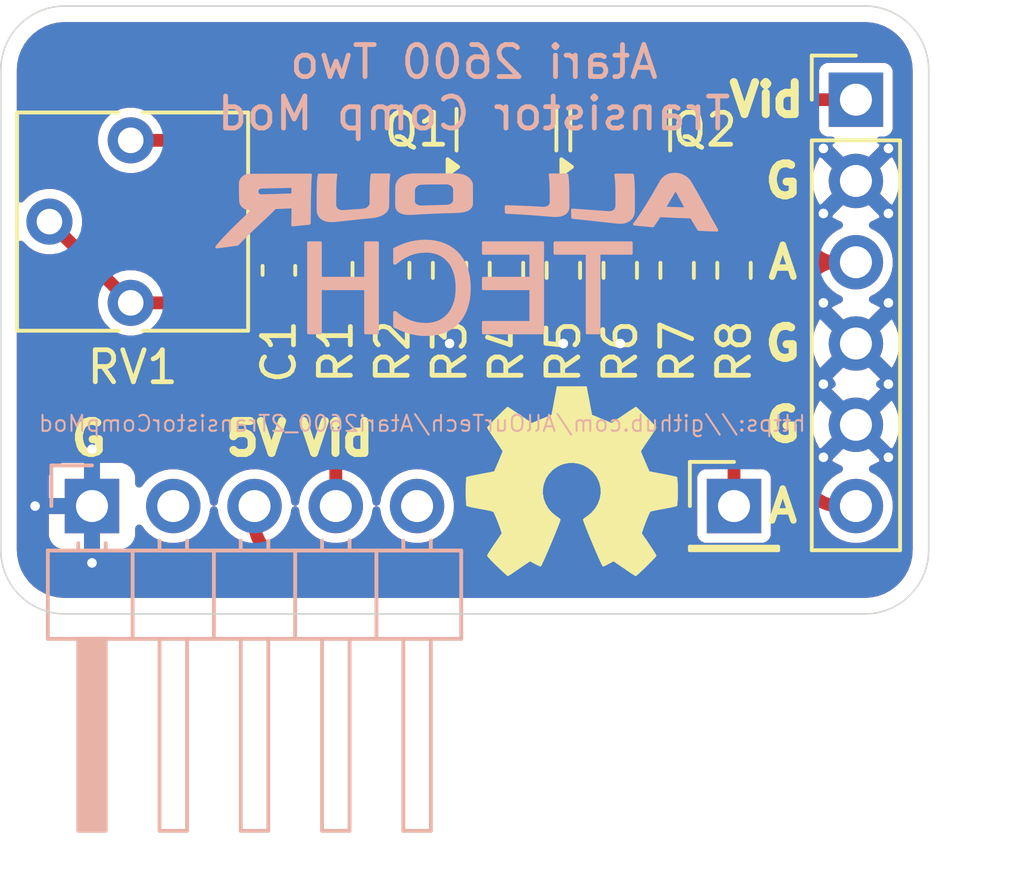
<source format=kicad_pcb>
(kicad_pcb (version 20241229) (generator "pcbnew") (generator_version "9.0")
  (layers (0 "F.Cu" signal) (2 "B.Cu" signal) (13 "F.Paste" user) (15 "B.Paste" user) (5 "F.SilkS" user "F.Silkscreen") (7 "B.SilkS" user "B.Silkscreen") (1 "F.Mask" user) (3 "B.Mask" user) (25 "Edge.Cuts" user))
  (net 0 "")
  (net 1 "Net-(C1-Pad2)")
  (net 2 "/VideoIn")
  (net 3 "GND")
  (net 4 "+5V")
  (net 5 "/AudioOut")
  (net 6 "/VideoOut")
  (net 7 "Net-(Q1-E)")
  (net 8 "Net-(Q1-B)")
  (net 9 "Net-(Q2-E)")
  (net 10 "Net-(Q1-C)")
  (net 13 "Net-(J2-Pin_1)")
  (footprint "Connector_PinHeader_2.54mm:PinHeader_1x06_P2.54mm_Vertical" (layer "F.Cu") (at 93.726 58.928)
    (property "Reference" "J3" (hide yes))
    (property "Value" "CompositeOut")
    (pad "1" thru_hole rect (at 0 0) (size 1.7 1.7) (drill 1) (layers "*.Cu" "*.Mask") (net 6 "/VideoOut"))
    (pad "2" thru_hole circle (at 0 2.54) (size 1.7 1.7) (drill 1) (layers "*.Cu" "*.Mask") (net 3 "GND"))
    (pad "3" thru_hole circle (at 0 5.08) (size 1.7 1.7) (drill 1) (layers "*.Cu" "*.Mask") (net 5 "/AudioOut"))
    (pad "4" thru_hole circle (at 0 7.62) (size 1.7 1.7) (drill 1) (layers "*.Cu" "*.Mask") (net 3 "GND"))
    (pad "5" thru_hole circle (at 0 10.16) (size 1.7 1.7) (drill 1) (layers "*.Cu" "*.Mask") (net 3 "GND"))
    (pad "6" thru_hole circle (at 0 12.7) (size 1.7 1.7) (drill 1) (layers "*.Cu" "*.Mask") (net 5 "/AudioOut"))
  )
  (footprint "Resistor_SMD:R_0603_1608Metric" (layer "F.Cu") (at 77.47 64.262 90)
    (property "Reference" "R1" (at -2.54 0 270) (layer "F.SilkS"))
    (property "Value" "1K")
    (pad "1" smd roundrect (at -0.825 0 90) (size 0.8 0.95) (layers "F.Cu" "F.Mask" "F.Paste") (net 2 "/VideoIn"))
    (pad "2" smd roundrect (at 0.825 0 90) (size 0.8 0.95) (layers "F.Cu" "F.Mask" "F.Paste") (net 1 "Net-(C1-Pad2)"))
  )
  (footprint "Resistor_SMD:R_0603_1608Metric" (layer "F.Cu") (at 79.248 64.262 90)
    (property "Reference" "R2" (at -2.54 0 270) (layer "F.SilkS"))
    (property "Value" "3.3K")
    (pad "1" smd roundrect (at -0.825 0 90) (size 0.8 0.95) (layers "F.Cu" "F.Mask" "F.Paste") (net 4 "+5V"))
    (pad "2" smd roundrect (at 0.825 0 90) (size 0.8 0.95) (layers "F.Cu" "F.Mask" "F.Paste") (net 8 "Net-(Q1-B)"))
  )
  (footprint "Connector_PinHeader_2.54mm:PinHeader_1x01_P2.54mm_Vertical" (layer "F.Cu") (at 89.916 71.628)
    (property "Reference" "J2" (hide yes))
    (property "Value" "AudioIn")
    (pad "1" thru_hole rect (at 0 0) (size 1.7 1.7) (drill 1) (layers "*.Cu" "*.Mask") (net 13 "Net-(J2-Pin_1)"))
  )
  (footprint "Capacitor_SMD:C_0603_1608Metric" (layer "F.Cu") (at 75.692 64.262 90)
    (property "Reference" "C1" (at -2.54 0 270) (layer "F.SilkS"))
    (property "Value" "47pF")
    (pad "1" smd roundrect (at -0.775 0 90) (size 0.9 0.95) (layers "F.Cu" "F.Mask" "F.Paste") (net 2 "/VideoIn"))
    (pad "2" smd roundrect (at 0.775 0 90) (size 0.9 0.95) (layers "F.Cu" "F.Mask" "F.Paste") (net 1 "Net-(C1-Pad2)"))
  )
  (footprint "Resistor_SMD:R_0603_1608Metric" (layer "F.Cu") (at 89.916 64.262 90)
    (property "Reference" "R8" (at -2.54 0 270) (layer "F.SilkS"))
    (property "Value" "10K")
    (pad "1" smd roundrect (at -0.825 0 90) (size 0.8 0.95) (layers "F.Cu" "F.Mask" "F.Paste") (net 13 "Net-(J2-Pin_1)"))
    (pad "2" smd roundrect (at 0.825 0 90) (size 0.8 0.95) (layers "F.Cu" "F.Mask" "F.Paste") (net 5 "/AudioOut"))
  )
  (footprint "Resistor_SMD:R_0603_1608Metric" (layer "F.Cu") (at 84.582 64.262 -90)
    (property "Reference" "R5" (at 2.54 0 270) (layer "F.SilkS"))
    (property "Value" "68r")
    (pad "1" smd roundrect (at -0.825 0 270) (size 0.8 0.95) (layers "F.Cu" "F.Mask" "F.Paste") (net 7 "Net-(Q1-E)"))
    (pad "2" smd roundrect (at 0.825 0 270) (size 0.8 0.95) (layers "F.Cu" "F.Mask" "F.Paste") (net 3 "GND"))
  )
  (footprint "Resistor_SMD:R_0603_1608Metric" (layer "F.Cu") (at 82.804 64.262 90)
    (property "Reference" "R4" (at -2.54 0 270) (layer "F.SilkS"))
    (property "Value" "150r")
    (pad "1" smd roundrect (at -0.825 0 90) (size 0.8 0.95) (layers "F.Cu" "F.Mask" "F.Paste") (net 4 "+5V"))
    (pad "2" smd roundrect (at 0.825 0 90) (size 0.8 0.95) (layers "F.Cu" "F.Mask" "F.Paste") (net 10 "Net-(Q1-C)"))
  )
  (footprint "Resistor_SMD:R_0603_1608Metric" (layer "F.Cu") (at 88.138 64.262 90)
    (property "Reference" "R7" (at -2.54 0 270) (layer "F.SilkS"))
    (property "Value" "18r")
    (pad "1" smd roundrect (at -0.825 0 90) (size 0.8 0.95) (layers "F.Cu" "F.Mask" "F.Paste") (net 4 "+5V"))
    (pad "2" smd roundrect (at 0.825 0 90) (size 0.8 0.95) (layers "F.Cu" "F.Mask" "F.Paste") (net 9 "Net-(Q2-E)"))
  )
  (footprint "Resistor_SMD:R_0603_1608Metric" (layer "F.Cu") (at 81.026 64.262 -90)
    (property "Reference" "R3" (at 2.54 0 270) (layer "F.SilkS"))
    (property "Value" "1K")
    (pad "1" smd roundrect (at -0.825 0 270) (size 0.8 0.95) (layers "F.Cu" "F.Mask" "F.Paste") (net 8 "Net-(Q1-B)"))
    (pad "2" smd roundrect (at 0.825 0 270) (size 0.8 0.95) (layers "F.Cu" "F.Mask" "F.Paste") (net 3 "GND"))
  )
  (footprint "Potentiometer_THT:Potentiometer_Vishay_T73YP_Vertical" (layer "F.Cu") (at 71.06 60.198 180)
    (property "Reference" "RV1" (at -0.06 -7.09 0) (layer "F.SilkS"))
    (property "Value" "5K")
    (pad "1" thru_hole circle (at 0 0 180) (size 1.44 1.44) (drill 0.8) (layers "*.Cu" "*.Mask") (net 8 "Net-(Q1-B)"))
    (pad "2" thru_hole circle (at 2.54 -2.54 180) (size 1.44 1.44) (drill 0.8) (layers "*.Cu" "*.Mask") (net 1 "Net-(C1-Pad2)"))
    (pad "3" thru_hole circle (at 0 -5.08 180) (size 1.44 1.44) (drill 0.8) (layers "*.Cu" "*.Mask") (net 1 "Net-(C1-Pad2)"))
  )
  (footprint "Package_TO_SOT_SMD:SOT-23" (layer "F.Cu") (at 82.804 59.8655 90)
    (property "Reference" "Q1" (at 0 -2.804 180) (layer "F.SilkS"))
    (property "Value" "MMBT3904")
    (pad "1" smd roundrect (at -0.9375 -0.95 90) (size 1.475 0.6) (layers "F.Cu" "F.Mask" "F.Paste") (net 8 "Net-(Q1-B)"))
    (pad "2" smd roundrect (at -0.9375 0.95 90) (size 1.475 0.6) (layers "F.Cu" "F.Mask" "F.Paste") (net 7 "Net-(Q1-E)"))
    (pad "3" smd roundrect (at 0.9375 0 90) (size 1.475 0.6) (layers "F.Cu" "F.Mask" "F.Paste") (net 10 "Net-(Q1-C)"))
  )
  (footprint "Package_TO_SOT_SMD:SOT-23" (layer "F.Cu") (at 86.36 59.8655 90)
    (property "Reference" "Q2" (at 0 2.64 180) (layer "F.SilkS"))
    (property "Value" "MMBT3906")
    (pad "1" smd roundrect (at -0.9375 -0.95 90) (size 1.475 0.6) (layers "F.Cu" "F.Mask" "F.Paste") (net 10 "Net-(Q1-C)"))
    (pad "2" smd roundrect (at -0.9375 0.95 90) (size 1.475 0.6) (layers "F.Cu" "F.Mask" "F.Paste") (net 9 "Net-(Q2-E)"))
    (pad "3" smd roundrect (at 0.9375 0 90) (size 1.475 0.6) (layers "F.Cu" "F.Mask" "F.Paste") (net 6 "/VideoOut"))
  )
  (footprint "Symbol:OSHW-Symbol_6.7x6mm_SilkScreen" (layer "F.Cu") (at 84.836 70.866)
    (property "Reference" "REF**" (hide yes))
    (property "Value" "OSHW-Symbol_6.7x6mm_SilkScreen" (hide yes))
  )
  (footprint "Resistor_SMD:R_0603_1608Metric" (layer "F.Cu") (at 86.36 64.262 -90)
    (property "Reference" "R6" (at 2.54 0 270) (layer "F.SilkS"))
    (property "Value" "75r")
    (pad "1" smd roundrect (at -0.825 0 270) (size 0.8 0.95) (layers "F.Cu" "F.Mask" "F.Paste") (net 6 "/VideoOut"))
    (pad "2" smd roundrect (at 0.825 0 270) (size 0.8 0.95) (layers "F.Cu" "F.Mask" "F.Paste") (net 3 "GND"))
  )
  (footprint "Connector_PinHeader_2.54mm:PinHeader_1x05_P2.54mm_Horizontal" (layer "B.Cu") (at 69.85 71.628 -90)
    (property "Reference" "J1" (hide yes))
    (property "Value" "RFModulatorHeader")
    (pad "1" thru_hole rect (at 0 0 270) (size 1.7 1.7) (drill 1) (layers "*.Cu" "*.Mask") (net 3 "GND"))
    (pad "2" thru_hole circle (at 0 -2.54 270) (size 1.7 1.7) (drill 1) (layers "*.Cu" "*.Mask"))
    (pad "3" thru_hole circle (at 0 -5.08 270) (size 1.7 1.7) (drill 1) (layers "*.Cu" "*.Mask") (net 4 "+5V"))
    (pad "4" thru_hole circle (at 0 -7.62 270) (size 1.7 1.7) (drill 1) (layers "*.Cu" "*.Mask") (net 2 "/VideoIn"))
    (pad "5" thru_hole circle (at 0 -10.16 270) (size 1.7 1.7) (drill 1) (layers "*.Cu" "*.Mask"))
  )
  (footprint "Custom2:All Our Tech Logo 15mm" (layer "B.Cu") (at 81.534 63.754 180)
    (property "Reference" "REF**" (hide yes))
    (property "Value" "Untitled" (hide yes))
  )
  (gr_arc (start 69 75) (mid 67.585786 74.414214) (end 67 73) (stroke (width 0.05)) (layer "Edge.Cuts"))
  (gr_line (start 96 58) (end 96 73) (stroke (width 0.05)) (layer "Edge.Cuts"))
  (gr_line (start 94 75) (end 69 75) (stroke (width 0.05)) (layer "Edge.Cuts"))
  (gr_arc (start 94 56) (mid 95.414214 56.585786) (end 96 58) (stroke (width 0.05)) (layer "Edge.Cuts"))
  (gr_line (start 69 56) (end 94 56) (stroke (width 0.05)) (layer "Edge.Cuts"))
  (gr_arc (start 67 58) (mid 67.585786 56.585786) (end 69 56) (stroke (width 0.05)) (layer "Edge.Cuts"))
  (gr_arc (start 96 73) (mid 95.414214 74.414214) (end 94 75) (stroke (width 0.05)) (layer "Edge.Cuts"))
  (gr_line (start 67 73) (end 67 58) (stroke (width 0.05)) (layer "Edge.Cuts"))
  (gr_text "G" (at 91.44 61.468 0) (layer "F.SilkS") (effects (font (size 1 1) (thickness 0.25) (bold yes))))
  (gr_text "G" (at 91.44 66.548 0) (layer "F.SilkS") (effects (font (size 1 1) (thickness 0.25) (bold yes))))
  (gr_text "A" (at 91.44 64.008 0) (layer "F.SilkS") (effects (font (size 1 1) (thickness 0.2) (bold yes))))
  (gr_text "5V" (at 73.914 70.104 0) (layer "F.SilkS") (effects (font (size 1 1) (thickness 0.25) (bold yes)) (justify left bottom)))
  (gr_text "G" (at 91.44 69.088 0) (layer "F.SilkS") (effects (font (size 1 1) (thickness 0.25) (bold yes))))
  (gr_text "Vid" (at 76.2 70.104 0) (layer "F.SilkS") (effects (font (size 1 1) (thickness 0.25) (bold yes)) (justify left bottom)))
  (gr_text "Vid" (at 90.932 58.928 0) (layer "F.SilkS") (effects (font (size 1 1) (thickness 0.25) (bold yes))))
  (gr_text "A" (at 91.44 71.628 0) (layer "F.SilkS") (effects (font (size 1 1) (thickness 0.2) (bold yes))))
  (gr_text "G" (at 69.088 70.104 0) (layer "F.SilkS") (effects (font (size 1 1) (thickness 0.25) (bold yes)) (justify left bottom)))
  (gr_text "Atari 2600 Two\nTransistor Comp Mod" (at 81.788 59.944 0) (layer "B.SilkS") (effects (font (size 1 1)) (justify bottom mirror)))
  (gr_text "https://github.com/AllOurTech/Atari2600_2TransistorCompMod" (at 92.202 69.342 0) (layer "B.SilkS") (effects (font (size 0.5 0.5) (thickness 0.0625)) (justify left bottom mirror)))
  (segment (start 75.656644 63.487) (end 75.3175 63.487) (width 0.4) (layer "F.Cu") (net 1))
  (segment (start 73.891633 64.538366) (end 74.678188 63.751811) (width 0.4) (layer "F.Cu") (net 1))
  (segment (start 71.06 65.278) (end 72.106 65.278) (width 0.4) (layer "F.Cu") (net 1))
  (segment (start 75.777355 63.437) (end 77.47 63.437) (width 0.4) (layer "F.Cu") (net 1))
  (segment (start 71.06 65.278) (end 68.52 62.738) (width 0.4) (layer "F.Cu") (net 1))
  (arc (start 73.891633 64.538366) (mid 73.072377 65.085775) (end 72.106 65.278) (width 0.4) (layer "F.Cu") (net 1))
  (arc (start 75.3175 63.487) (mid 74.971506 63.555822) (end 74.678188 63.751811) (width 0.4) (layer "F.Cu") (net 1))
  (arc (start 75.717 63.462) (mid 75.689308 63.480502) (end 75.656644 63.487) (width 0.4) (layer "F.Cu") (net 1))
  (arc (start 75.777355 63.437) (mid 75.744691 63.443497) (end 75.717 63.462) (width 0.4) (layer "F.Cu") (net 1))
  (segment (start 75.777355 65.087) (end 77.47 65.087) (width 0.4) (layer "F.Cu") (net 2))
  (segment (start 75.717 65.062) (end 75.692 65.037) (width 0.4) (layer "F.Cu") (net 2))
  (segment (start 77.47 65.087) (end 77.47 71.628) (width 0.4) (layer "F.Cu") (net 2))
  (arc (start 75.717 65.062) (mid 75.744691 65.080502) (end 75.777355 65.087) (width 0.4) (layer "F.Cu") (net 2))
  (via (at 92.71 70.104) (size 0.6) (drill 0.3) (layers "F.Cu" "B.Cu") (net 3))
  (via (at 84.582 66.548) (size 0.6) (drill 0.3) (layers "F.Cu" "B.Cu") (net 3))
  (via (at 69.85 73.406) (size 0.6) (drill 0.3) (layers "F.Cu" "B.Cu") (net 3))
  (via (at 68.072 71.628) (size 0.6) (drill 0.3) (layers "F.Cu" "B.Cu") (net 3))
  (via (at 92.71 62.484) (size 0.6) (drill 0.3) (layers "F.Cu" "B.Cu") (net 3))
  (via (at 92.71 60.452) (size 0.6) (drill 0.3) (layers "F.Cu" "B.Cu") (net 3))
  (via (at 69.85 69.85) (size 0.6) (drill 0.3) (layers "F.Cu" "B.Cu") (net 3))
  (via (at 92.71 67.818) (size 0.6) (drill 0.3) (layers "F.Cu" "B.Cu") (net 3))
  (via (at 94.742 67.818) (size 0.6) (drill 0.3) (layers "F.Cu" "B.Cu") (net 3))
  (via (at 94.742 65.278) (size 0.6) (drill 0.3) (layers "F.Cu" "B.Cu") (net 3))
  (via (at 94.742 70.104) (size 0.6) (drill 0.3) (layers "F.Cu" "B.Cu") (net 3))
  (via (at 92.71 65.278) (size 0.6) (drill 0.3) (layers "F.Cu" "B.Cu") (net 3))
  (via (at 94.742 60.452) (size 0.6) (drill 0.3) (layers "F.Cu" "B.Cu") (net 3))
  (via (at 86.36 66.548) (size 0.6) (drill 0.3) (layers "F.Cu" "B.Cu") (net 3))
  (via (at 94.742 62.484) (size 0.6) (drill 0.3) (layers "F.Cu" "B.Cu") (net 3))
  (via (at 81.026 66.548) (size 0.6) (drill 0.3) (layers "F.Cu" "B.Cu") (net 3))
  (segment (start 88.138 65.829579) (end 88.138 65.087) (width 0.4) (layer "F.Cu") (net 4))
  (segment (start 84.0425 67.564) (end 86.403579 67.564) (width 0.4) (layer "F.Cu") (net 4))
  (segment (start 75.28921 73.00321) (end 75.438 73.152) (width 0.4) (layer "F.Cu") (net 4))
  (segment (start 79.248 65.829579) (end 79.248 65.087) (width 0.4) (layer "F.Cu") (net 4))
  (segment (start 82.804 71.925579) (end 82.804 68.8025) (width 0.4) (layer "F.Cu") (net 4))
  (segment (start 76.66442 73.66) (end 81.069579 73.66) (width 0.4) (layer "F.Cu") (net 4))
  (segment (start 82.804 66.3255) (end 82.804 65.087) (width 0.4) (layer "F.Cu") (net 4))
  (segment (start 74.93 72.136) (end 74.93 71.628) (width 0.4) (layer "F.Cu") (net 4))
  (segment (start 80.98242 67.564) (end 81.5655 67.564) (width 0.4) (layer "F.Cu") (net 4))
  (arc (start 74.93 72.136) (mid 75.023355 72.60533) (end 75.28921 73.00321) (width 0.4) (layer "F.Cu") (net 4))
  (arc (start 87.63 67.056) (mid 87.067313 67.431975) (end 86.403579 67.564) (width 0.4) (layer "F.Cu") (net 4))
  (arc (start 84.0425 67.564) (mid 83.166748 67.926748) (end 82.804 68.8025) (width 0.4) (layer "F.Cu") (net 4))
  (arc (start 82.296 73.152) (mid 81.733313 73.527975) (end 81.069579 73.66) (width 0.4) (layer "F.Cu") (net 4))
  (arc (start 81.5655 67.564) (mid 82.441251 67.201251) (end 82.804 66.3255) (width 0.4) (layer "F.Cu") (net 4))
  (arc (start 88.138 65.829579) (mid 88.005975 66.493313) (end 87.63 67.056) (width 0.4) (layer "F.Cu") (net 4))
  (arc (start 82.804 68.8025) (mid 82.441251 67.926748) (end 81.5655 67.564) (width 0.4) (layer "F.Cu") (net 4))
  (arc (start 75.438 73.152) (mid 76.000686 73.527975) (end 76.66442 73.66) (width 0.4) (layer "F.Cu") (net 4))
  (arc (start 82.804 66.3255) (mid 83.166748 67.201251) (end 84.0425 67.564) (width 0.4) (layer "F.Cu") (net 4))
  (arc (start 79.756 67.056) (mid 80.318686 67.431975) (end 80.98242 67.564) (width 0.4) (layer "F.Cu") (net 4))
  (arc (start 79.248 65.829579) (mid 79.380024 66.493313) (end 79.756 67.056) (width 0.4) (layer "F.Cu") (net 4))
  (arc (start 82.804 71.925579) (mid 82.671975 72.589313) (end 82.296 73.152) (width 0.4) (layer "F.Cu") (net 4))
  (segment (start 93.113757 64.008) (end 93.726 64.008) (width 0.4) (layer "F.Cu") (net 5))
  (segment (start 91.735242 63.437) (end 89.916 63.437) (width 0.4) (layer "F.Cu") (net 5))
  (segment (start 92.350789 71.268789) (end 92.202 71.12) (width 0.4) (layer "F.Cu") (net 5))
  (segment (start 92.4245 64.2935) (end 92.202 64.516) (width 0.4) (layer "F.Cu") (net 5))
  (segment (start 91.694 65.74242) (end 91.694 69.893579) (width 0.4) (layer "F.Cu") (net 5))
  (segment (start 93.218 71.628) (end 93.726 71.628) (width 0.4) (layer "F.Cu") (net 5))
  (arc (start 91.694 69.893579) (mid 91.826024 70.557313) (end 92.202 71.12) (width 0.4) (layer "F.Cu") (net 5))
  (arc (start 92.202 64.516) (mid 91.826024 65.078686) (end 91.694 65.74242) (width 0.4) (layer "F.Cu") (net 5))
  (arc (start 92.350789 71.268789) (mid 92.748669 71.534644) (end 93.218 71.628) (width 0.4) (layer "F.Cu") (net 5))
  (arc (start 92.4245 63.7225) (mid 92.740733 63.9338) (end 93.113757 64.008) (width 0.4) (layer "F.Cu") (net 5))
  (arc (start 92.4245 63.7225) (mid 92.108265 63.511199) (end 91.735242 63.437) (width 0.4) (layer "F.Cu") (net 5))
  (arc (start 92.4245 64.2935) (mid 92.542757 64.008) (end 92.4245 63.7225) (width 0.4) (layer "F.Cu") (net 5))
  (arc (start 93.113757 64.008) (mid 92.740733 64.082199) (end 92.4245 64.2935) (width 0.4) (layer "F.Cu") (net 5))
  (segment (start 86.36 58.928) (end 93.726 58.928) (width 0.4) (layer "F.Cu") (net 6))
  (segment (start 86.36 59.0065) (end 86.36 63.437) (width 0.4) (layer "F.Cu") (net 6))
  (segment (start 83.754 62.023515) (end 83.754 60.803) (width 0.4) (layer "F.Cu") (net 7))
  (segment (start 84.168 63.023) (end 84.582 63.437) (width 0.4) (layer "F.Cu") (net 7))
  (arc (start 83.754 62.023515) (mid 83.861595 62.564432) (end 84.168 63.023) (width 0.4) (layer "F.Cu") (net 7))
  (segment (start 79.248 62.9605) (end 79.248 63.437) (width 0.4) (layer "F.Cu") (net 8))
  (segment (start 81.026 63.437) (end 79.248 63.437) (width 0.4) (layer "F.Cu") (net 8))
  (segment (start 78.911063 62.147063) (end 78.105 61.341) (width 0.4) (layer "F.Cu") (net 8))
  (segment (start 81.854 62.023515) (end 81.854 60.803) (width 0.4) (layer "F.Cu") (net 8))
  (segment (start 81.026 63.437) (end 81.44 63.023) (width 0.4) (layer "F.Cu") (net 8))
  (segment (start 75.345553 60.198) (end 71.06 60.198) (width 0.4) (layer "F.Cu") (net 8))
  (arc (start 78.105 61.341) (mid 76.838955 60.495056) (end 75.345553 60.198) (width 0.4) (layer "F.Cu") (net 8))
  (arc (start 78.911063 62.147063) (mid 79.160432 62.520271) (end 79.248 62.9605) (width 0.4) (layer "F.Cu") (net 8))
  (arc (start 81.854 62.023515) (mid 81.746404 62.564432) (end 81.44 63.023) (width 0.4) (layer "F.Cu") (net 8))
  (segment (start 87.724 63.023) (end 88.138 63.437) (width 0.4) (layer "F.Cu") (net 9))
  (segment (start 87.31 62.023515) (end 87.31 60.803) (width 0.4) (layer "F.Cu") (net 9))
  (arc (start 87.31 62.023515) (mid 87.417595 62.564432) (end 87.724 63.023) (width 0.4) (layer "F.Cu") (net 9))
  (segment (start 82.804 59.085) (end 82.804 63.437) (width 0.4) (layer "F.Cu") (net 10))
  (segment (start 85.41 60.2795) (end 85.41 60.803) (width 0.4) (layer "F.Cu") (net 10))
  (segment (start 85.039829 59.385829) (end 84.996 59.342) (width 0.4) (layer "F.Cu") (net 10))
  (segment (start 83.996515 58.928) (end 82.804 58.928) (width 0.4) (layer "F.Cu") (net 10))
  (arc (start 84.996 59.342) (mid 84.537432 59.035595) (end 83.996515 58.928) (width 0.4) (layer "F.Cu") (net 10))
  (arc (start 85.039829 59.385829) (mid 85.313795 59.795848) (end 85.41 60.2795) (width 0.4) (layer "F.Cu") (net 10))
  (segment (start 89.916 71.628) (end 89.916 65.087) (width 0.4) (layer "F.Cu") (net 13))
  (zone (net 3) (net_name "GND") (layers "F.Cu" "B.Cu") (connect_pads (clearance 0.3)) (min_thickness 0.25) (fill yes (thermal_gap 0.5) (thermal_bridge_width 0.5) (island_removal_mode 1) (island_area_min 10))
    (polygon (pts (xy 67 56) (xy 96 56) (xy 96 75) (xy 67 75)))
  )
)
</source>
